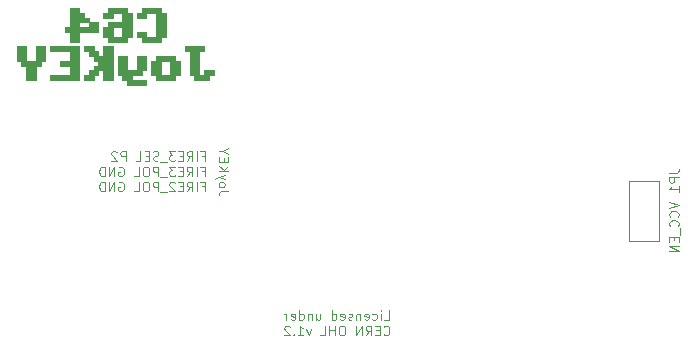
<source format=gbo>
G04 #@! TF.GenerationSoftware,KiCad,Pcbnew,(5.1.8)-1*
G04 #@! TF.CreationDate,2022-03-05T16:35:52+01:00*
G04 #@! TF.ProjectId,NES,4e45532e-6b69-4636-9164-5f7063625858,rev?*
G04 #@! TF.SameCoordinates,Original*
G04 #@! TF.FileFunction,Legend,Bot*
G04 #@! TF.FilePolarity,Positive*
%FSLAX46Y46*%
G04 Gerber Fmt 4.6, Leading zero omitted, Abs format (unit mm)*
G04 Created by KiCad (PCBNEW (5.1.8)-1) date 2022-03-05 16:35:52*
%MOMM*%
%LPD*%
G01*
G04 APERTURE LIST*
%ADD10C,0.100000*%
%ADD11C,0.120000*%
%ADD12C,0.010000*%
G04 APERTURE END LIST*
D10*
X172281904Y-93955000D02*
X172853333Y-93955000D01*
X172967619Y-93916904D01*
X173043809Y-93840714D01*
X173081904Y-93726428D01*
X173081904Y-93650238D01*
X173081904Y-94335952D02*
X172281904Y-94335952D01*
X172281904Y-94640714D01*
X172320000Y-94716904D01*
X172358095Y-94755000D01*
X172434285Y-94793095D01*
X172548571Y-94793095D01*
X172624761Y-94755000D01*
X172662857Y-94716904D01*
X172700952Y-94640714D01*
X172700952Y-94335952D01*
X173081904Y-95555000D02*
X173081904Y-95097857D01*
X173081904Y-95326428D02*
X172281904Y-95326428D01*
X172396190Y-95250238D01*
X172472380Y-95174047D01*
X172510476Y-95097857D01*
X172281904Y-96393095D02*
X173081904Y-96659761D01*
X172281904Y-96926428D01*
X173005714Y-97650238D02*
X173043809Y-97612142D01*
X173081904Y-97497857D01*
X173081904Y-97421666D01*
X173043809Y-97307380D01*
X172967619Y-97231190D01*
X172891428Y-97193095D01*
X172739047Y-97155000D01*
X172624761Y-97155000D01*
X172472380Y-97193095D01*
X172396190Y-97231190D01*
X172320000Y-97307380D01*
X172281904Y-97421666D01*
X172281904Y-97497857D01*
X172320000Y-97612142D01*
X172358095Y-97650238D01*
X173005714Y-98450238D02*
X173043809Y-98412142D01*
X173081904Y-98297857D01*
X173081904Y-98221666D01*
X173043809Y-98107380D01*
X172967619Y-98031190D01*
X172891428Y-97993095D01*
X172739047Y-97955000D01*
X172624761Y-97955000D01*
X172472380Y-97993095D01*
X172396190Y-98031190D01*
X172320000Y-98107380D01*
X172281904Y-98221666D01*
X172281904Y-98297857D01*
X172320000Y-98412142D01*
X172358095Y-98450238D01*
X173158095Y-98602619D02*
X173158095Y-99212142D01*
X172662857Y-99402619D02*
X172662857Y-99669285D01*
X173081904Y-99783571D02*
X173081904Y-99402619D01*
X172281904Y-99402619D01*
X172281904Y-99783571D01*
X173081904Y-100126428D02*
X172281904Y-100126428D01*
X173081904Y-100583571D01*
X172281904Y-100583571D01*
D11*
X168910000Y-99695000D02*
X168910000Y-94615000D01*
X171450000Y-99695000D02*
X168910000Y-99695000D01*
X171450000Y-94615000D02*
X171450000Y-99695000D01*
X168910000Y-94615000D02*
X171450000Y-94615000D01*
D10*
X148145000Y-106391904D02*
X148525952Y-106391904D01*
X148525952Y-105591904D01*
X147878333Y-106391904D02*
X147878333Y-105858571D01*
X147878333Y-105591904D02*
X147916428Y-105630000D01*
X147878333Y-105668095D01*
X147840238Y-105630000D01*
X147878333Y-105591904D01*
X147878333Y-105668095D01*
X147154523Y-106353809D02*
X147230714Y-106391904D01*
X147383095Y-106391904D01*
X147459285Y-106353809D01*
X147497380Y-106315714D01*
X147535476Y-106239523D01*
X147535476Y-106010952D01*
X147497380Y-105934761D01*
X147459285Y-105896666D01*
X147383095Y-105858571D01*
X147230714Y-105858571D01*
X147154523Y-105896666D01*
X146506904Y-106353809D02*
X146583095Y-106391904D01*
X146735476Y-106391904D01*
X146811666Y-106353809D01*
X146849761Y-106277619D01*
X146849761Y-105972857D01*
X146811666Y-105896666D01*
X146735476Y-105858571D01*
X146583095Y-105858571D01*
X146506904Y-105896666D01*
X146468809Y-105972857D01*
X146468809Y-106049047D01*
X146849761Y-106125238D01*
X146125952Y-105858571D02*
X146125952Y-106391904D01*
X146125952Y-105934761D02*
X146087857Y-105896666D01*
X146011666Y-105858571D01*
X145897380Y-105858571D01*
X145821190Y-105896666D01*
X145783095Y-105972857D01*
X145783095Y-106391904D01*
X145440238Y-106353809D02*
X145364047Y-106391904D01*
X145211666Y-106391904D01*
X145135476Y-106353809D01*
X145097380Y-106277619D01*
X145097380Y-106239523D01*
X145135476Y-106163333D01*
X145211666Y-106125238D01*
X145325952Y-106125238D01*
X145402142Y-106087142D01*
X145440238Y-106010952D01*
X145440238Y-105972857D01*
X145402142Y-105896666D01*
X145325952Y-105858571D01*
X145211666Y-105858571D01*
X145135476Y-105896666D01*
X144449761Y-106353809D02*
X144525952Y-106391904D01*
X144678333Y-106391904D01*
X144754523Y-106353809D01*
X144792619Y-106277619D01*
X144792619Y-105972857D01*
X144754523Y-105896666D01*
X144678333Y-105858571D01*
X144525952Y-105858571D01*
X144449761Y-105896666D01*
X144411666Y-105972857D01*
X144411666Y-106049047D01*
X144792619Y-106125238D01*
X143725952Y-106391904D02*
X143725952Y-105591904D01*
X143725952Y-106353809D02*
X143802142Y-106391904D01*
X143954523Y-106391904D01*
X144030714Y-106353809D01*
X144068809Y-106315714D01*
X144106904Y-106239523D01*
X144106904Y-106010952D01*
X144068809Y-105934761D01*
X144030714Y-105896666D01*
X143954523Y-105858571D01*
X143802142Y-105858571D01*
X143725952Y-105896666D01*
X142392619Y-105858571D02*
X142392619Y-106391904D01*
X142735476Y-105858571D02*
X142735476Y-106277619D01*
X142697380Y-106353809D01*
X142621190Y-106391904D01*
X142506904Y-106391904D01*
X142430714Y-106353809D01*
X142392619Y-106315714D01*
X142011666Y-105858571D02*
X142011666Y-106391904D01*
X142011666Y-105934761D02*
X141973571Y-105896666D01*
X141897380Y-105858571D01*
X141783095Y-105858571D01*
X141706904Y-105896666D01*
X141668809Y-105972857D01*
X141668809Y-106391904D01*
X140945000Y-106391904D02*
X140945000Y-105591904D01*
X140945000Y-106353809D02*
X141021190Y-106391904D01*
X141173571Y-106391904D01*
X141249761Y-106353809D01*
X141287857Y-106315714D01*
X141325952Y-106239523D01*
X141325952Y-106010952D01*
X141287857Y-105934761D01*
X141249761Y-105896666D01*
X141173571Y-105858571D01*
X141021190Y-105858571D01*
X140945000Y-105896666D01*
X140259285Y-106353809D02*
X140335476Y-106391904D01*
X140487857Y-106391904D01*
X140564047Y-106353809D01*
X140602142Y-106277619D01*
X140602142Y-105972857D01*
X140564047Y-105896666D01*
X140487857Y-105858571D01*
X140335476Y-105858571D01*
X140259285Y-105896666D01*
X140221190Y-105972857D01*
X140221190Y-106049047D01*
X140602142Y-106125238D01*
X139878333Y-106391904D02*
X139878333Y-105858571D01*
X139878333Y-106010952D02*
X139840238Y-105934761D01*
X139802142Y-105896666D01*
X139725952Y-105858571D01*
X139649761Y-105858571D01*
X148106904Y-107615714D02*
X148145000Y-107653809D01*
X148259285Y-107691904D01*
X148335476Y-107691904D01*
X148449761Y-107653809D01*
X148525952Y-107577619D01*
X148564047Y-107501428D01*
X148602142Y-107349047D01*
X148602142Y-107234761D01*
X148564047Y-107082380D01*
X148525952Y-107006190D01*
X148449761Y-106930000D01*
X148335476Y-106891904D01*
X148259285Y-106891904D01*
X148145000Y-106930000D01*
X148106904Y-106968095D01*
X147764047Y-107272857D02*
X147497380Y-107272857D01*
X147383095Y-107691904D02*
X147764047Y-107691904D01*
X147764047Y-106891904D01*
X147383095Y-106891904D01*
X146583095Y-107691904D02*
X146849761Y-107310952D01*
X147040238Y-107691904D02*
X147040238Y-106891904D01*
X146735476Y-106891904D01*
X146659285Y-106930000D01*
X146621190Y-106968095D01*
X146583095Y-107044285D01*
X146583095Y-107158571D01*
X146621190Y-107234761D01*
X146659285Y-107272857D01*
X146735476Y-107310952D01*
X147040238Y-107310952D01*
X146240238Y-107691904D02*
X146240238Y-106891904D01*
X145783095Y-107691904D01*
X145783095Y-106891904D01*
X144640238Y-106891904D02*
X144487857Y-106891904D01*
X144411666Y-106930000D01*
X144335476Y-107006190D01*
X144297380Y-107158571D01*
X144297380Y-107425238D01*
X144335476Y-107577619D01*
X144411666Y-107653809D01*
X144487857Y-107691904D01*
X144640238Y-107691904D01*
X144716428Y-107653809D01*
X144792619Y-107577619D01*
X144830714Y-107425238D01*
X144830714Y-107158571D01*
X144792619Y-107006190D01*
X144716428Y-106930000D01*
X144640238Y-106891904D01*
X143954523Y-107691904D02*
X143954523Y-106891904D01*
X143954523Y-107272857D02*
X143497380Y-107272857D01*
X143497380Y-107691904D02*
X143497380Y-106891904D01*
X142735476Y-107691904D02*
X143116428Y-107691904D01*
X143116428Y-106891904D01*
X141935476Y-107158571D02*
X141745000Y-107691904D01*
X141554523Y-107158571D01*
X140830714Y-107691904D02*
X141287857Y-107691904D01*
X141059285Y-107691904D02*
X141059285Y-106891904D01*
X141135476Y-107006190D01*
X141211666Y-107082380D01*
X141287857Y-107120476D01*
X140487857Y-107615714D02*
X140449761Y-107653809D01*
X140487857Y-107691904D01*
X140525952Y-107653809D01*
X140487857Y-107615714D01*
X140487857Y-107691904D01*
X140145000Y-106968095D02*
X140106904Y-106930000D01*
X140030714Y-106891904D01*
X139840238Y-106891904D01*
X139764047Y-106930000D01*
X139725952Y-106968095D01*
X139687857Y-107044285D01*
X139687857Y-107120476D01*
X139725952Y-107234761D01*
X140183095Y-107691904D01*
X139687857Y-107691904D01*
X134931095Y-95510142D02*
X134359666Y-95510142D01*
X134245380Y-95548238D01*
X134169190Y-95624428D01*
X134131095Y-95738714D01*
X134131095Y-95814904D01*
X134131095Y-95014904D02*
X134169190Y-95091095D01*
X134207285Y-95129190D01*
X134283476Y-95167285D01*
X134512047Y-95167285D01*
X134588238Y-95129190D01*
X134626333Y-95091095D01*
X134664428Y-95014904D01*
X134664428Y-94900619D01*
X134626333Y-94824428D01*
X134588238Y-94786333D01*
X134512047Y-94748238D01*
X134283476Y-94748238D01*
X134207285Y-94786333D01*
X134169190Y-94824428D01*
X134131095Y-94900619D01*
X134131095Y-95014904D01*
X134664428Y-94481571D02*
X134131095Y-94291095D01*
X134664428Y-94100619D02*
X134131095Y-94291095D01*
X133940619Y-94367285D01*
X133902523Y-94405380D01*
X133864428Y-94481571D01*
X134131095Y-93795857D02*
X134931095Y-93795857D01*
X134131095Y-93338714D02*
X134588238Y-93681571D01*
X134931095Y-93338714D02*
X134473952Y-93795857D01*
X134550142Y-92995857D02*
X134550142Y-92729190D01*
X134131095Y-92614904D02*
X134131095Y-92995857D01*
X134931095Y-92995857D01*
X134931095Y-92614904D01*
X134512047Y-92119666D02*
X134131095Y-92119666D01*
X134931095Y-92386333D02*
X134512047Y-92119666D01*
X134931095Y-91853000D01*
X132700857Y-92495857D02*
X132967523Y-92495857D01*
X132967523Y-92914904D02*
X132967523Y-92114904D01*
X132586571Y-92114904D01*
X132281809Y-92914904D02*
X132281809Y-92114904D01*
X131443714Y-92914904D02*
X131710380Y-92533952D01*
X131900857Y-92914904D02*
X131900857Y-92114904D01*
X131596095Y-92114904D01*
X131519904Y-92153000D01*
X131481809Y-92191095D01*
X131443714Y-92267285D01*
X131443714Y-92381571D01*
X131481809Y-92457761D01*
X131519904Y-92495857D01*
X131596095Y-92533952D01*
X131900857Y-92533952D01*
X131100857Y-92495857D02*
X130834190Y-92495857D01*
X130719904Y-92914904D02*
X131100857Y-92914904D01*
X131100857Y-92114904D01*
X130719904Y-92114904D01*
X130453238Y-92114904D02*
X129958000Y-92114904D01*
X130224666Y-92419666D01*
X130110380Y-92419666D01*
X130034190Y-92457761D01*
X129996095Y-92495857D01*
X129958000Y-92572047D01*
X129958000Y-92762523D01*
X129996095Y-92838714D01*
X130034190Y-92876809D01*
X130110380Y-92914904D01*
X130338952Y-92914904D01*
X130415142Y-92876809D01*
X130453238Y-92838714D01*
X129805619Y-92991095D02*
X129196095Y-92991095D01*
X129043714Y-92876809D02*
X128929428Y-92914904D01*
X128738952Y-92914904D01*
X128662761Y-92876809D01*
X128624666Y-92838714D01*
X128586571Y-92762523D01*
X128586571Y-92686333D01*
X128624666Y-92610142D01*
X128662761Y-92572047D01*
X128738952Y-92533952D01*
X128891333Y-92495857D01*
X128967523Y-92457761D01*
X129005619Y-92419666D01*
X129043714Y-92343476D01*
X129043714Y-92267285D01*
X129005619Y-92191095D01*
X128967523Y-92153000D01*
X128891333Y-92114904D01*
X128700857Y-92114904D01*
X128586571Y-92153000D01*
X128243714Y-92495857D02*
X127977047Y-92495857D01*
X127862761Y-92914904D02*
X128243714Y-92914904D01*
X128243714Y-92114904D01*
X127862761Y-92114904D01*
X127138952Y-92914904D02*
X127519904Y-92914904D01*
X127519904Y-92114904D01*
X126262761Y-92914904D02*
X126262761Y-92114904D01*
X125958000Y-92114904D01*
X125881809Y-92153000D01*
X125843714Y-92191095D01*
X125805619Y-92267285D01*
X125805619Y-92381571D01*
X125843714Y-92457761D01*
X125881809Y-92495857D01*
X125958000Y-92533952D01*
X126262761Y-92533952D01*
X125500857Y-92191095D02*
X125462761Y-92153000D01*
X125386571Y-92114904D01*
X125196095Y-92114904D01*
X125119904Y-92153000D01*
X125081809Y-92191095D01*
X125043714Y-92267285D01*
X125043714Y-92343476D01*
X125081809Y-92457761D01*
X125538952Y-92914904D01*
X125043714Y-92914904D01*
X132700857Y-93795857D02*
X132967523Y-93795857D01*
X132967523Y-94214904D02*
X132967523Y-93414904D01*
X132586571Y-93414904D01*
X132281809Y-94214904D02*
X132281809Y-93414904D01*
X131443714Y-94214904D02*
X131710380Y-93833952D01*
X131900857Y-94214904D02*
X131900857Y-93414904D01*
X131596095Y-93414904D01*
X131519904Y-93453000D01*
X131481809Y-93491095D01*
X131443714Y-93567285D01*
X131443714Y-93681571D01*
X131481809Y-93757761D01*
X131519904Y-93795857D01*
X131596095Y-93833952D01*
X131900857Y-93833952D01*
X131100857Y-93795857D02*
X130834190Y-93795857D01*
X130719904Y-94214904D02*
X131100857Y-94214904D01*
X131100857Y-93414904D01*
X130719904Y-93414904D01*
X130453238Y-93414904D02*
X129958000Y-93414904D01*
X130224666Y-93719666D01*
X130110380Y-93719666D01*
X130034190Y-93757761D01*
X129996095Y-93795857D01*
X129958000Y-93872047D01*
X129958000Y-94062523D01*
X129996095Y-94138714D01*
X130034190Y-94176809D01*
X130110380Y-94214904D01*
X130338952Y-94214904D01*
X130415142Y-94176809D01*
X130453238Y-94138714D01*
X129805619Y-94291095D02*
X129196095Y-94291095D01*
X129005619Y-94214904D02*
X129005619Y-93414904D01*
X128700857Y-93414904D01*
X128624666Y-93453000D01*
X128586571Y-93491095D01*
X128548476Y-93567285D01*
X128548476Y-93681571D01*
X128586571Y-93757761D01*
X128624666Y-93795857D01*
X128700857Y-93833952D01*
X129005619Y-93833952D01*
X128053238Y-93414904D02*
X127900857Y-93414904D01*
X127824666Y-93453000D01*
X127748476Y-93529190D01*
X127710380Y-93681571D01*
X127710380Y-93948238D01*
X127748476Y-94100619D01*
X127824666Y-94176809D01*
X127900857Y-94214904D01*
X128053238Y-94214904D01*
X128129428Y-94176809D01*
X128205619Y-94100619D01*
X128243714Y-93948238D01*
X128243714Y-93681571D01*
X128205619Y-93529190D01*
X128129428Y-93453000D01*
X128053238Y-93414904D01*
X126986571Y-94214904D02*
X127367523Y-94214904D01*
X127367523Y-93414904D01*
X125691333Y-93453000D02*
X125767523Y-93414904D01*
X125881809Y-93414904D01*
X125996095Y-93453000D01*
X126072285Y-93529190D01*
X126110380Y-93605380D01*
X126148476Y-93757761D01*
X126148476Y-93872047D01*
X126110380Y-94024428D01*
X126072285Y-94100619D01*
X125996095Y-94176809D01*
X125881809Y-94214904D01*
X125805619Y-94214904D01*
X125691333Y-94176809D01*
X125653238Y-94138714D01*
X125653238Y-93872047D01*
X125805619Y-93872047D01*
X125310380Y-94214904D02*
X125310380Y-93414904D01*
X124853238Y-94214904D01*
X124853238Y-93414904D01*
X124472285Y-94214904D02*
X124472285Y-93414904D01*
X124281809Y-93414904D01*
X124167523Y-93453000D01*
X124091333Y-93529190D01*
X124053238Y-93605380D01*
X124015142Y-93757761D01*
X124015142Y-93872047D01*
X124053238Y-94024428D01*
X124091333Y-94100619D01*
X124167523Y-94176809D01*
X124281809Y-94214904D01*
X124472285Y-94214904D01*
X132700857Y-95095857D02*
X132967523Y-95095857D01*
X132967523Y-95514904D02*
X132967523Y-94714904D01*
X132586571Y-94714904D01*
X132281809Y-95514904D02*
X132281809Y-94714904D01*
X131443714Y-95514904D02*
X131710380Y-95133952D01*
X131900857Y-95514904D02*
X131900857Y-94714904D01*
X131596095Y-94714904D01*
X131519904Y-94753000D01*
X131481809Y-94791095D01*
X131443714Y-94867285D01*
X131443714Y-94981571D01*
X131481809Y-95057761D01*
X131519904Y-95095857D01*
X131596095Y-95133952D01*
X131900857Y-95133952D01*
X131100857Y-95095857D02*
X130834190Y-95095857D01*
X130719904Y-95514904D02*
X131100857Y-95514904D01*
X131100857Y-94714904D01*
X130719904Y-94714904D01*
X130415142Y-94791095D02*
X130377047Y-94753000D01*
X130300857Y-94714904D01*
X130110380Y-94714904D01*
X130034190Y-94753000D01*
X129996095Y-94791095D01*
X129958000Y-94867285D01*
X129958000Y-94943476D01*
X129996095Y-95057761D01*
X130453238Y-95514904D01*
X129958000Y-95514904D01*
X129805619Y-95591095D02*
X129196095Y-95591095D01*
X129005619Y-95514904D02*
X129005619Y-94714904D01*
X128700857Y-94714904D01*
X128624666Y-94753000D01*
X128586571Y-94791095D01*
X128548476Y-94867285D01*
X128548476Y-94981571D01*
X128586571Y-95057761D01*
X128624666Y-95095857D01*
X128700857Y-95133952D01*
X129005619Y-95133952D01*
X128053238Y-94714904D02*
X127900857Y-94714904D01*
X127824666Y-94753000D01*
X127748476Y-94829190D01*
X127710380Y-94981571D01*
X127710380Y-95248238D01*
X127748476Y-95400619D01*
X127824666Y-95476809D01*
X127900857Y-95514904D01*
X128053238Y-95514904D01*
X128129428Y-95476809D01*
X128205619Y-95400619D01*
X128243714Y-95248238D01*
X128243714Y-94981571D01*
X128205619Y-94829190D01*
X128129428Y-94753000D01*
X128053238Y-94714904D01*
X126986571Y-95514904D02*
X127367523Y-95514904D01*
X127367523Y-94714904D01*
X125691333Y-94753000D02*
X125767523Y-94714904D01*
X125881809Y-94714904D01*
X125996095Y-94753000D01*
X126072285Y-94829190D01*
X126110380Y-94905380D01*
X126148476Y-95057761D01*
X126148476Y-95172047D01*
X126110380Y-95324428D01*
X126072285Y-95400619D01*
X125996095Y-95476809D01*
X125881809Y-95514904D01*
X125805619Y-95514904D01*
X125691333Y-95476809D01*
X125653238Y-95438714D01*
X125653238Y-95172047D01*
X125805619Y-95172047D01*
X125310380Y-95514904D02*
X125310380Y-94714904D01*
X124853238Y-95514904D01*
X124853238Y-94714904D01*
X124472285Y-95514904D02*
X124472285Y-94714904D01*
X124281809Y-94714904D01*
X124167523Y-94753000D01*
X124091333Y-94829190D01*
X124053238Y-94905380D01*
X124015142Y-95057761D01*
X124015142Y-95172047D01*
X124053238Y-95324428D01*
X124091333Y-95400619D01*
X124167523Y-95476809D01*
X124281809Y-95514904D01*
X124472285Y-95514904D01*
D12*
G36*
X127204802Y-85270012D02*
G01*
X126391189Y-85270012D01*
X126391189Y-84049592D01*
X125577575Y-84049592D01*
X125577575Y-85676819D01*
X125984382Y-85676819D01*
X125984382Y-86083626D01*
X126391189Y-86083626D01*
X126391189Y-86490433D01*
X128018416Y-86490433D01*
X128018416Y-86083626D01*
X126797995Y-86083626D01*
X126797995Y-85676819D01*
X127611609Y-85676819D01*
X127611609Y-85270012D01*
X128018416Y-85270012D01*
X128018416Y-84049592D01*
X127204802Y-84049592D01*
X127204802Y-85270012D01*
G37*
X127204802Y-85270012D02*
X126391189Y-85270012D01*
X126391189Y-84049592D01*
X125577575Y-84049592D01*
X125577575Y-85676819D01*
X125984382Y-85676819D01*
X125984382Y-86083626D01*
X126391189Y-86083626D01*
X126391189Y-86490433D01*
X128018416Y-86490433D01*
X128018416Y-86083626D01*
X126797995Y-86083626D01*
X126797995Y-85676819D01*
X127611609Y-85676819D01*
X127611609Y-85270012D01*
X128018416Y-85270012D01*
X128018416Y-84049592D01*
X127204802Y-84049592D01*
X127204802Y-85270012D01*
G36*
X131272870Y-83642785D02*
G01*
X131679677Y-83642785D01*
X131679677Y-85676819D01*
X132086484Y-85676819D01*
X132086484Y-86083626D01*
X133306904Y-86083626D01*
X133306904Y-85676819D01*
X133713711Y-85676819D01*
X133713711Y-85270012D01*
X132900097Y-85270012D01*
X132900097Y-85676819D01*
X132493291Y-85676819D01*
X132493291Y-83642785D01*
X132900097Y-83642785D01*
X132900097Y-83235978D01*
X131272870Y-83235978D01*
X131272870Y-83642785D01*
G37*
X131272870Y-83642785D02*
X131679677Y-83642785D01*
X131679677Y-85676819D01*
X132086484Y-85676819D01*
X132086484Y-86083626D01*
X133306904Y-86083626D01*
X133306904Y-85676819D01*
X133713711Y-85676819D01*
X133713711Y-85270012D01*
X132900097Y-85270012D01*
X132900097Y-85676819D01*
X132493291Y-85676819D01*
X132493291Y-83642785D01*
X132900097Y-83642785D01*
X132900097Y-83235978D01*
X131272870Y-83235978D01*
X131272870Y-83642785D01*
G36*
X128832029Y-84456399D02*
G01*
X128425223Y-84456399D01*
X128425223Y-85676819D01*
X128832029Y-85676819D01*
X128832029Y-86083626D01*
X130459257Y-86083626D01*
X130459257Y-85676819D01*
X130866063Y-85676819D01*
X130866063Y-84456399D01*
X130459257Y-84456399D01*
X130052450Y-84456399D01*
X130052450Y-85676819D01*
X129238836Y-85676819D01*
X129238836Y-84456399D01*
X130052450Y-84456399D01*
X130459257Y-84456399D01*
X130459257Y-84049592D01*
X128832029Y-84049592D01*
X128832029Y-84456399D01*
G37*
X128832029Y-84456399D02*
X128425223Y-84456399D01*
X128425223Y-85676819D01*
X128832029Y-85676819D01*
X128832029Y-86083626D01*
X130459257Y-86083626D01*
X130459257Y-85676819D01*
X130866063Y-85676819D01*
X130866063Y-84456399D01*
X130459257Y-84456399D01*
X130052450Y-84456399D01*
X130052450Y-85676819D01*
X129238836Y-85676819D01*
X129238836Y-84456399D01*
X130052450Y-84456399D01*
X130459257Y-84456399D01*
X130459257Y-84049592D01*
X128832029Y-84049592D01*
X128832029Y-84456399D01*
G36*
X124357154Y-84049592D02*
G01*
X123950348Y-84049592D01*
X123950348Y-83642785D01*
X123543541Y-83642785D01*
X123543541Y-83235978D01*
X122729927Y-83235978D01*
X122729927Y-83642785D01*
X123136734Y-83642785D01*
X123136734Y-84049592D01*
X123543541Y-84049592D01*
X123543541Y-84456399D01*
X123950348Y-84456399D01*
X123950348Y-84863206D01*
X123543541Y-84863206D01*
X123543541Y-85270012D01*
X123136734Y-85270012D01*
X123136734Y-85676819D01*
X122729927Y-85676819D01*
X122729927Y-86083626D01*
X123543541Y-86083626D01*
X123543541Y-85676819D01*
X123950348Y-85676819D01*
X123950348Y-85270012D01*
X124357154Y-85270012D01*
X124357154Y-86083626D01*
X125170768Y-86083626D01*
X125170768Y-83235978D01*
X124357154Y-83235978D01*
X124357154Y-84049592D01*
G37*
X124357154Y-84049592D02*
X123950348Y-84049592D01*
X123950348Y-83642785D01*
X123543541Y-83642785D01*
X123543541Y-83235978D01*
X122729927Y-83235978D01*
X122729927Y-83642785D01*
X123136734Y-83642785D01*
X123136734Y-84049592D01*
X123543541Y-84049592D01*
X123543541Y-84456399D01*
X123950348Y-84456399D01*
X123950348Y-84863206D01*
X123543541Y-84863206D01*
X123543541Y-85270012D01*
X123136734Y-85270012D01*
X123136734Y-85676819D01*
X122729927Y-85676819D01*
X122729927Y-86083626D01*
X123543541Y-86083626D01*
X123543541Y-85676819D01*
X123950348Y-85676819D01*
X123950348Y-85270012D01*
X124357154Y-85270012D01*
X124357154Y-86083626D01*
X125170768Y-86083626D01*
X125170768Y-83235978D01*
X124357154Y-83235978D01*
X124357154Y-84049592D01*
G36*
X119882280Y-83642785D02*
G01*
X121509507Y-83642785D01*
X121509507Y-84456399D01*
X120695893Y-84456399D01*
X120695893Y-84863206D01*
X121509507Y-84863206D01*
X121509507Y-85676819D01*
X119882280Y-85676819D01*
X119882280Y-86083626D01*
X122323120Y-86083626D01*
X122323120Y-83235978D01*
X119882280Y-83235978D01*
X119882280Y-83642785D01*
G37*
X119882280Y-83642785D02*
X121509507Y-83642785D01*
X121509507Y-84456399D01*
X120695893Y-84456399D01*
X120695893Y-84863206D01*
X121509507Y-84863206D01*
X121509507Y-85676819D01*
X119882280Y-85676819D01*
X119882280Y-86083626D01*
X122323120Y-86083626D01*
X122323120Y-83235978D01*
X119882280Y-83235978D01*
X119882280Y-83642785D01*
G36*
X118661859Y-84456399D02*
G01*
X117848246Y-84456399D01*
X117848246Y-83235978D01*
X117034632Y-83235978D01*
X117034632Y-84456399D01*
X117441439Y-84456399D01*
X117441439Y-84863206D01*
X117848246Y-84863206D01*
X117848246Y-86083626D01*
X118661859Y-86083626D01*
X118661859Y-84863206D01*
X119068666Y-84863206D01*
X119068666Y-84456399D01*
X119475473Y-84456399D01*
X119475473Y-83235978D01*
X118661859Y-83235978D01*
X118661859Y-84456399D01*
G37*
X118661859Y-84456399D02*
X117848246Y-84456399D01*
X117848246Y-83235978D01*
X117034632Y-83235978D01*
X117034632Y-84456399D01*
X117441439Y-84456399D01*
X117441439Y-84863206D01*
X117848246Y-84863206D01*
X117848246Y-86083626D01*
X118661859Y-86083626D01*
X118661859Y-84863206D01*
X119068666Y-84863206D01*
X119068666Y-84456399D01*
X119475473Y-84456399D01*
X119475473Y-83235978D01*
X118661859Y-83235978D01*
X118661859Y-84456399D01*
G36*
X127611609Y-80388331D02*
G01*
X127204802Y-80388331D01*
X127204802Y-80795137D01*
X128018416Y-80795137D01*
X128018416Y-80388331D01*
X128832029Y-80388331D01*
X128832029Y-82422365D01*
X128018416Y-82422365D01*
X128018416Y-82015558D01*
X127204802Y-82015558D01*
X127204802Y-82422365D01*
X127611609Y-82422365D01*
X127611609Y-82829171D01*
X129238836Y-82829171D01*
X129238836Y-82422365D01*
X129645643Y-82422365D01*
X129645643Y-80388331D01*
X129238836Y-80388331D01*
X129238836Y-79981524D01*
X127611609Y-79981524D01*
X127611609Y-80388331D01*
G37*
X127611609Y-80388331D02*
X127204802Y-80388331D01*
X127204802Y-80795137D01*
X128018416Y-80795137D01*
X128018416Y-80388331D01*
X128832029Y-80388331D01*
X128832029Y-82422365D01*
X128018416Y-82422365D01*
X128018416Y-82015558D01*
X127204802Y-82015558D01*
X127204802Y-82422365D01*
X127611609Y-82422365D01*
X127611609Y-82829171D01*
X129238836Y-82829171D01*
X129238836Y-82422365D01*
X129645643Y-82422365D01*
X129645643Y-80388331D01*
X129238836Y-80388331D01*
X129238836Y-79981524D01*
X127611609Y-79981524D01*
X127611609Y-80388331D01*
G36*
X124763961Y-80388331D02*
G01*
X124357154Y-80388331D01*
X124357154Y-80795137D01*
X125170768Y-80795137D01*
X125170768Y-80388331D01*
X125984382Y-80388331D01*
X125984382Y-81201944D01*
X124763961Y-81201944D01*
X124763961Y-81608751D01*
X124357154Y-81608751D01*
X124357154Y-82422365D01*
X124763961Y-82422365D01*
X124763961Y-82829171D01*
X126391189Y-82829171D01*
X126391189Y-82422365D01*
X126797995Y-82422365D01*
X126797995Y-81608751D01*
X125984382Y-81608751D01*
X125984382Y-82422365D01*
X125170768Y-82422365D01*
X125170768Y-81608751D01*
X125984382Y-81608751D01*
X126797995Y-81608751D01*
X126797995Y-80388331D01*
X126391189Y-80388331D01*
X126391189Y-79981524D01*
X124763961Y-79981524D01*
X124763961Y-80388331D01*
G37*
X124763961Y-80388331D02*
X124357154Y-80388331D01*
X124357154Y-80795137D01*
X125170768Y-80795137D01*
X125170768Y-80388331D01*
X125984382Y-80388331D01*
X125984382Y-81201944D01*
X124763961Y-81201944D01*
X124763961Y-81608751D01*
X124357154Y-81608751D01*
X124357154Y-82422365D01*
X124763961Y-82422365D01*
X124763961Y-82829171D01*
X126391189Y-82829171D01*
X126391189Y-82422365D01*
X126797995Y-82422365D01*
X126797995Y-81608751D01*
X125984382Y-81608751D01*
X125984382Y-82422365D01*
X125170768Y-82422365D01*
X125170768Y-81608751D01*
X125984382Y-81608751D01*
X126797995Y-81608751D01*
X126797995Y-80388331D01*
X126391189Y-80388331D01*
X126391189Y-79981524D01*
X124763961Y-79981524D01*
X124763961Y-80388331D01*
G36*
X121509507Y-81608751D02*
G01*
X121102700Y-81608751D01*
X121102700Y-82015558D01*
X121509507Y-82015558D01*
X121509507Y-82829171D01*
X122323120Y-82829171D01*
X122323120Y-82015558D01*
X123950348Y-82015558D01*
X123950348Y-81201944D01*
X123136734Y-81201944D01*
X123136734Y-81608751D01*
X122323120Y-81608751D01*
X122323120Y-81201944D01*
X123136734Y-81201944D01*
X123136734Y-80795137D01*
X122729927Y-80795137D01*
X122729927Y-80388331D01*
X122323120Y-80388331D01*
X122323120Y-79981524D01*
X121509507Y-79981524D01*
X121509507Y-81608751D01*
G37*
X121509507Y-81608751D02*
X121102700Y-81608751D01*
X121102700Y-82015558D01*
X121509507Y-82015558D01*
X121509507Y-82829171D01*
X122323120Y-82829171D01*
X122323120Y-82015558D01*
X123950348Y-82015558D01*
X123950348Y-81201944D01*
X123136734Y-81201944D01*
X123136734Y-81608751D01*
X122323120Y-81608751D01*
X122323120Y-81201944D01*
X123136734Y-81201944D01*
X123136734Y-80795137D01*
X122729927Y-80795137D01*
X122729927Y-80388331D01*
X122323120Y-80388331D01*
X122323120Y-79981524D01*
X121509507Y-79981524D01*
X121509507Y-81608751D01*
M02*

</source>
